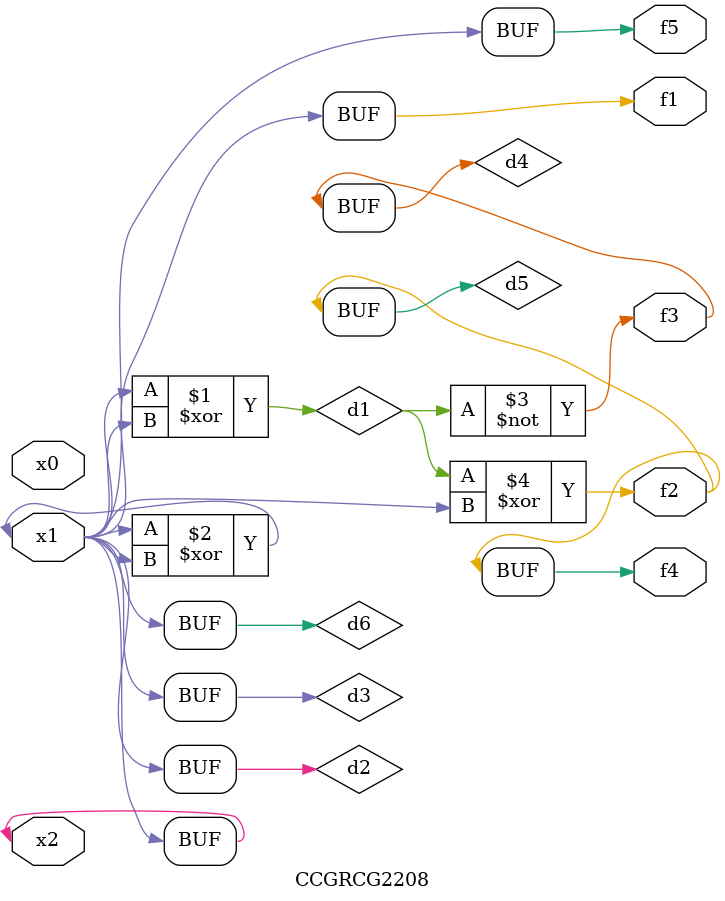
<source format=v>
module CCGRCG2208(
	input x0, x1, x2,
	output f1, f2, f3, f4, f5
);

	wire d1, d2, d3, d4, d5, d6;

	xor (d1, x1, x2);
	buf (d2, x1, x2);
	xor (d3, x1, x2);
	nor (d4, d1);
	xor (d5, d1, d2);
	buf (d6, d2, d3);
	assign f1 = d6;
	assign f2 = d5;
	assign f3 = d4;
	assign f4 = d5;
	assign f5 = d6;
endmodule

</source>
